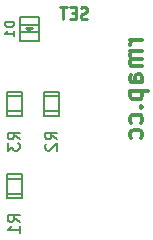
<source format=gbr>
G04 #@! TF.FileFunction,Legend,Bot*
%FSLAX46Y46*%
G04 Gerber Fmt 4.6, Leading zero omitted, Abs format (unit mm)*
G04 Created by KiCad (PCBNEW 0.201509251832+6217~30~ubuntu14.04.1-product) date gio 08 ott 2015 22:51:30 CEST*
%MOMM*%
G01*
G04 APERTURE LIST*
%ADD10C,0.100000*%
%ADD11C,0.250000*%
%ADD12C,0.300000*%
%ADD13C,0.127000*%
%ADD14C,0.200000*%
%ADD15C,0.149860*%
G04 APERTURE END LIST*
D10*
D11*
X150979048Y-93114762D02*
X150836191Y-93162381D01*
X150598095Y-93162381D01*
X150502857Y-93114762D01*
X150455238Y-93067143D01*
X150407619Y-92971905D01*
X150407619Y-92876667D01*
X150455238Y-92781429D01*
X150502857Y-92733810D01*
X150598095Y-92686190D01*
X150788572Y-92638571D01*
X150883810Y-92590952D01*
X150931429Y-92543333D01*
X150979048Y-92448095D01*
X150979048Y-92352857D01*
X150931429Y-92257619D01*
X150883810Y-92210000D01*
X150788572Y-92162381D01*
X150550476Y-92162381D01*
X150407619Y-92210000D01*
X149979048Y-92638571D02*
X149645714Y-92638571D01*
X149502857Y-93162381D02*
X149979048Y-93162381D01*
X149979048Y-92162381D01*
X149502857Y-92162381D01*
X149217143Y-92162381D02*
X148645714Y-92162381D01*
X148931429Y-93162381D02*
X148931429Y-92162381D01*
D12*
X155618571Y-94952858D02*
X154618571Y-94952858D01*
X154904286Y-94952858D02*
X154761429Y-95024286D01*
X154690000Y-95095715D01*
X154618571Y-95238572D01*
X154618571Y-95381429D01*
X155618571Y-95881429D02*
X154618571Y-95881429D01*
X154761429Y-95881429D02*
X154690000Y-95952857D01*
X154618571Y-96095715D01*
X154618571Y-96310000D01*
X154690000Y-96452857D01*
X154832857Y-96524286D01*
X155618571Y-96524286D01*
X154832857Y-96524286D02*
X154690000Y-96595715D01*
X154618571Y-96738572D01*
X154618571Y-96952857D01*
X154690000Y-97095715D01*
X154832857Y-97167143D01*
X155618571Y-97167143D01*
X155618571Y-98524286D02*
X154832857Y-98524286D01*
X154690000Y-98452857D01*
X154618571Y-98310000D01*
X154618571Y-98024286D01*
X154690000Y-97881429D01*
X155547143Y-98524286D02*
X155618571Y-98381429D01*
X155618571Y-98024286D01*
X155547143Y-97881429D01*
X155404286Y-97810000D01*
X155261429Y-97810000D01*
X155118571Y-97881429D01*
X155047143Y-98024286D01*
X155047143Y-98381429D01*
X154975714Y-98524286D01*
X154618571Y-99238572D02*
X156118571Y-99238572D01*
X154690000Y-99238572D02*
X154618571Y-99381429D01*
X154618571Y-99667143D01*
X154690000Y-99810000D01*
X154761429Y-99881429D01*
X154904286Y-99952858D01*
X155332857Y-99952858D01*
X155475714Y-99881429D01*
X155547143Y-99810000D01*
X155618571Y-99667143D01*
X155618571Y-99381429D01*
X155547143Y-99238572D01*
X155475714Y-100595715D02*
X155547143Y-100667143D01*
X155618571Y-100595715D01*
X155547143Y-100524286D01*
X155475714Y-100595715D01*
X155618571Y-100595715D01*
X155547143Y-101952858D02*
X155618571Y-101810001D01*
X155618571Y-101524287D01*
X155547143Y-101381429D01*
X155475714Y-101310001D01*
X155332857Y-101238572D01*
X154904286Y-101238572D01*
X154761429Y-101310001D01*
X154690000Y-101381429D01*
X154618571Y-101524287D01*
X154618571Y-101810001D01*
X154690000Y-101952858D01*
X155547143Y-103238572D02*
X155618571Y-103095715D01*
X155618571Y-102810001D01*
X155547143Y-102667143D01*
X155475714Y-102595715D01*
X155332857Y-102524286D01*
X154904286Y-102524286D01*
X154761429Y-102595715D01*
X154690000Y-102667143D01*
X154618571Y-102810001D01*
X154618571Y-103095715D01*
X154690000Y-103238572D01*
D13*
X144145000Y-107950000D02*
X145415000Y-107950000D01*
X144145000Y-106680000D02*
X145389600Y-106680000D01*
X144145000Y-106299000D02*
X144145000Y-108331000D01*
X144145000Y-108331000D02*
X145415000Y-108331000D01*
X145415000Y-108331000D02*
X145415000Y-106299000D01*
X145415000Y-106299000D02*
X144145000Y-106299000D01*
X147320000Y-100965000D02*
X148590000Y-100965000D01*
X147320000Y-99695000D02*
X148564600Y-99695000D01*
X147320000Y-99314000D02*
X147320000Y-101346000D01*
X147320000Y-101346000D02*
X148590000Y-101346000D01*
X148590000Y-101346000D02*
X148590000Y-99314000D01*
X148590000Y-99314000D02*
X147320000Y-99314000D01*
X144145000Y-100965000D02*
X145415000Y-100965000D01*
X144145000Y-99695000D02*
X145389600Y-99695000D01*
X144145000Y-99314000D02*
X144145000Y-101346000D01*
X144145000Y-101346000D02*
X145415000Y-101346000D01*
X145415000Y-101346000D02*
X145415000Y-99314000D01*
X145415000Y-99314000D02*
X144145000Y-99314000D01*
X146050000Y-94180660D02*
X145750280Y-93880940D01*
X145750280Y-93880940D02*
X146349720Y-93880940D01*
X146349720Y-93880940D02*
X146050000Y-94180660D01*
X146149060Y-94079060D02*
X145950940Y-94079060D01*
X145849340Y-93980000D02*
X146250660Y-93980000D01*
X146850100Y-94279720D02*
X145249900Y-94279720D01*
X145249900Y-93680280D02*
X146850100Y-93680280D01*
X145249900Y-92979240D02*
X145249900Y-94980760D01*
X145249900Y-94980760D02*
X146850100Y-94980760D01*
X146850100Y-94980760D02*
X146850100Y-92979240D01*
X146850100Y-92979240D02*
X145249900Y-92979240D01*
D14*
X145232381Y-110323334D02*
X144756190Y-109990000D01*
X145232381Y-109751905D02*
X144232381Y-109751905D01*
X144232381Y-110132858D01*
X144280000Y-110228096D01*
X144327619Y-110275715D01*
X144422857Y-110323334D01*
X144565714Y-110323334D01*
X144660952Y-110275715D01*
X144708571Y-110228096D01*
X144756190Y-110132858D01*
X144756190Y-109751905D01*
X145232381Y-111275715D02*
X145232381Y-110704286D01*
X145232381Y-110990000D02*
X144232381Y-110990000D01*
X144375238Y-110894762D01*
X144470476Y-110799524D01*
X144518095Y-110704286D01*
X148407381Y-103338334D02*
X147931190Y-103005000D01*
X148407381Y-102766905D02*
X147407381Y-102766905D01*
X147407381Y-103147858D01*
X147455000Y-103243096D01*
X147502619Y-103290715D01*
X147597857Y-103338334D01*
X147740714Y-103338334D01*
X147835952Y-103290715D01*
X147883571Y-103243096D01*
X147931190Y-103147858D01*
X147931190Y-102766905D01*
X147502619Y-103719286D02*
X147455000Y-103766905D01*
X147407381Y-103862143D01*
X147407381Y-104100239D01*
X147455000Y-104195477D01*
X147502619Y-104243096D01*
X147597857Y-104290715D01*
X147693095Y-104290715D01*
X147835952Y-104243096D01*
X148407381Y-103671667D01*
X148407381Y-104290715D01*
X145232381Y-103338334D02*
X144756190Y-103005000D01*
X145232381Y-102766905D02*
X144232381Y-102766905D01*
X144232381Y-103147858D01*
X144280000Y-103243096D01*
X144327619Y-103290715D01*
X144422857Y-103338334D01*
X144565714Y-103338334D01*
X144660952Y-103290715D01*
X144708571Y-103243096D01*
X144756190Y-103147858D01*
X144756190Y-102766905D01*
X144232381Y-103671667D02*
X144232381Y-104290715D01*
X144613333Y-103957381D01*
X144613333Y-104100239D01*
X144660952Y-104195477D01*
X144708571Y-104243096D01*
X144803810Y-104290715D01*
X145041905Y-104290715D01*
X145137143Y-104243096D01*
X145184762Y-104195477D01*
X145232381Y-104100239D01*
X145232381Y-103814524D01*
X145184762Y-103719286D01*
X145137143Y-103671667D01*
D15*
X144760950Y-93389450D02*
X143960850Y-93389450D01*
X143960850Y-93579950D01*
X143998950Y-93694250D01*
X144075150Y-93770450D01*
X144151350Y-93808550D01*
X144303750Y-93846650D01*
X144418050Y-93846650D01*
X144570450Y-93808550D01*
X144646650Y-93770450D01*
X144722850Y-93694250D01*
X144760950Y-93579950D01*
X144760950Y-93389450D01*
X144760950Y-94608650D02*
X144760950Y-94151450D01*
X144760950Y-94380050D02*
X143960850Y-94380050D01*
X144075150Y-94303850D01*
X144151350Y-94227650D01*
X144189450Y-94151450D01*
M02*

</source>
